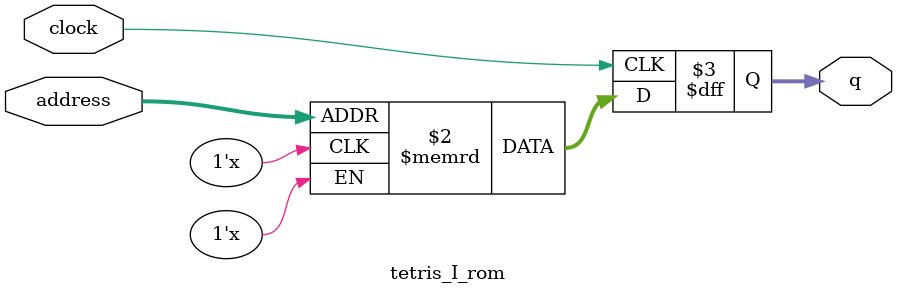
<source format=sv>
module tetris_I_rom (
	input logic clock,
	input logic [8:0] address,
	output logic [3:0] q
);

logic [3:0] memory [0:399] /* synthesis ram_init_file = "./tetris_I/tetris_I.COE" */;

always_ff @ (posedge clock) begin
	q <= memory[address];
end

endmodule

</source>
